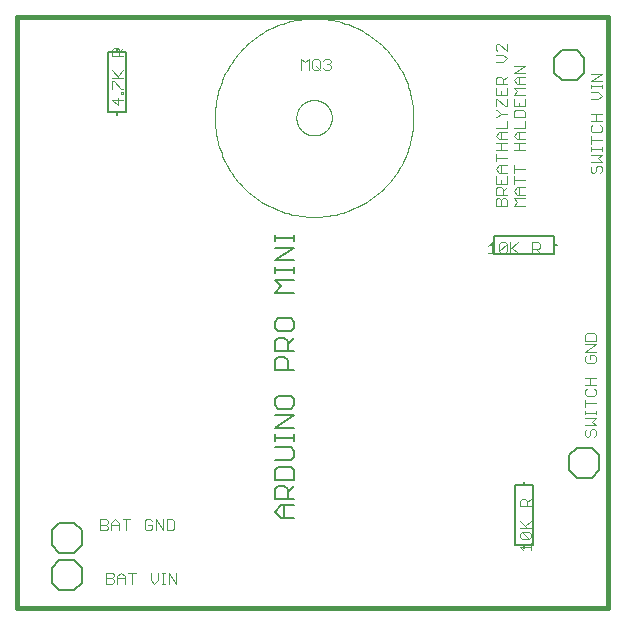
<source format=gto>
G75*
%MOIN*%
%OFA0B0*%
%FSLAX25Y25*%
%IPPOS*%
%LPD*%
%AMOC8*
5,1,8,0,0,1.08239X$1,22.5*
%
%ADD10C,0.01600*%
%ADD11C,0.00600*%
%ADD12C,0.00300*%
%ADD13C,0.00800*%
%ADD14C,0.00394*%
%ADD15C,0.00000*%
D10*
X0384396Y0099924D02*
X0581247Y0099924D01*
X0581247Y0296774D01*
X0384396Y0296774D01*
X0384396Y0099924D01*
D11*
X0470211Y0131886D02*
X0472346Y0134021D01*
X0476616Y0134021D01*
X0476616Y0136197D02*
X0470211Y0136197D01*
X0470211Y0139399D01*
X0471278Y0140467D01*
X0473413Y0140467D01*
X0474481Y0139399D01*
X0474481Y0136197D01*
X0474481Y0138332D02*
X0476616Y0140467D01*
X0476616Y0142642D02*
X0476616Y0145845D01*
X0475548Y0146912D01*
X0471278Y0146912D01*
X0470211Y0145845D01*
X0470211Y0142642D01*
X0476616Y0142642D01*
X0475548Y0149088D02*
X0470211Y0149088D01*
X0475548Y0149088D02*
X0476616Y0150155D01*
X0476616Y0152290D01*
X0475548Y0153358D01*
X0470211Y0153358D01*
X0470211Y0155533D02*
X0470211Y0157668D01*
X0470211Y0156601D02*
X0476616Y0156601D01*
X0476616Y0157668D02*
X0476616Y0155533D01*
X0476616Y0159830D02*
X0470211Y0159830D01*
X0476616Y0164100D01*
X0470211Y0164100D01*
X0471278Y0166276D02*
X0475548Y0166276D01*
X0476616Y0167343D01*
X0476616Y0169478D01*
X0475548Y0170546D01*
X0471278Y0170546D01*
X0470211Y0169478D01*
X0470211Y0167343D01*
X0471278Y0166276D01*
X0470211Y0179167D02*
X0470211Y0182369D01*
X0471278Y0183437D01*
X0473413Y0183437D01*
X0474481Y0182369D01*
X0474481Y0179167D01*
X0476616Y0179167D02*
X0470211Y0179167D01*
X0470211Y0185612D02*
X0470211Y0188815D01*
X0471278Y0189882D01*
X0473413Y0189882D01*
X0474481Y0188815D01*
X0474481Y0185612D01*
X0476616Y0185612D02*
X0470211Y0185612D01*
X0474481Y0187747D02*
X0476616Y0189882D01*
X0475548Y0192058D02*
X0471278Y0192058D01*
X0470211Y0193125D01*
X0470211Y0195260D01*
X0471278Y0196328D01*
X0475548Y0196328D01*
X0476616Y0195260D01*
X0476616Y0193125D01*
X0475548Y0192058D01*
X0476616Y0204949D02*
X0470211Y0204949D01*
X0472346Y0207084D01*
X0470211Y0209219D01*
X0476616Y0209219D01*
X0476616Y0211394D02*
X0476616Y0213529D01*
X0476616Y0212462D02*
X0470211Y0212462D01*
X0470211Y0213529D02*
X0470211Y0211394D01*
X0470211Y0215691D02*
X0476616Y0219961D01*
X0470211Y0219961D01*
X0470211Y0222137D02*
X0470211Y0224272D01*
X0470211Y0223204D02*
X0476616Y0223204D01*
X0476616Y0222137D02*
X0476616Y0224272D01*
X0476616Y0215691D02*
X0470211Y0215691D01*
X0473413Y0134021D02*
X0473413Y0129751D01*
X0472346Y0129751D02*
X0470211Y0131886D01*
X0472346Y0129751D02*
X0476616Y0129751D01*
D12*
X0437414Y0111651D02*
X0437414Y0107948D01*
X0434945Y0111651D01*
X0434945Y0107948D01*
X0433724Y0107948D02*
X0432490Y0107948D01*
X0433107Y0107948D02*
X0433107Y0111651D01*
X0432490Y0111651D02*
X0433724Y0111651D01*
X0431275Y0111651D02*
X0431275Y0109182D01*
X0430041Y0107948D01*
X0428806Y0109182D01*
X0428806Y0111651D01*
X0423909Y0111651D02*
X0421440Y0111651D01*
X0422675Y0111651D02*
X0422675Y0107948D01*
X0420226Y0107948D02*
X0420226Y0110416D01*
X0418991Y0111651D01*
X0417757Y0110416D01*
X0417757Y0107948D01*
X0416543Y0108565D02*
X0415925Y0107948D01*
X0414074Y0107948D01*
X0414074Y0111651D01*
X0415925Y0111651D01*
X0416543Y0111034D01*
X0416543Y0110416D01*
X0415925Y0109799D01*
X0414074Y0109799D01*
X0415925Y0109799D02*
X0416543Y0109182D01*
X0416543Y0108565D01*
X0417757Y0109799D02*
X0420226Y0109799D01*
X0420706Y0125664D02*
X0420706Y0129367D01*
X0419472Y0129367D02*
X0421940Y0129367D01*
X0418257Y0128133D02*
X0418257Y0125664D01*
X0418257Y0127516D02*
X0415789Y0127516D01*
X0415789Y0128133D02*
X0417023Y0129367D01*
X0418257Y0128133D01*
X0415789Y0128133D02*
X0415789Y0125664D01*
X0414574Y0126281D02*
X0413957Y0125664D01*
X0412105Y0125664D01*
X0412105Y0129367D01*
X0413957Y0129367D01*
X0414574Y0128750D01*
X0414574Y0128133D01*
X0413957Y0127516D01*
X0412105Y0127516D01*
X0413957Y0127516D02*
X0414574Y0126899D01*
X0414574Y0126281D01*
X0426838Y0126281D02*
X0427455Y0125664D01*
X0428690Y0125664D01*
X0429307Y0126281D01*
X0429307Y0127516D01*
X0428072Y0127516D01*
X0426838Y0128750D02*
X0426838Y0126281D01*
X0426838Y0128750D02*
X0427455Y0129367D01*
X0428690Y0129367D01*
X0429307Y0128750D01*
X0430521Y0129367D02*
X0432990Y0125664D01*
X0432990Y0129367D01*
X0434204Y0129367D02*
X0436056Y0129367D01*
X0436673Y0128750D01*
X0436673Y0126281D01*
X0436056Y0125664D01*
X0434204Y0125664D01*
X0434204Y0129367D01*
X0430521Y0129367D02*
X0430521Y0125664D01*
X0551866Y0126426D02*
X0555569Y0126426D01*
X0554335Y0126426D02*
X0551866Y0128895D01*
X0553718Y0127043D02*
X0555569Y0128895D01*
X0554952Y0125211D02*
X0552483Y0125211D01*
X0554952Y0122743D01*
X0555569Y0123360D01*
X0555569Y0124594D01*
X0554952Y0125211D01*
X0554952Y0122743D02*
X0552483Y0122743D01*
X0551866Y0123360D01*
X0551866Y0124594D01*
X0552483Y0125211D01*
X0555569Y0121528D02*
X0555569Y0119059D01*
X0555569Y0120294D02*
X0551866Y0120294D01*
X0553100Y0119059D01*
X0551866Y0133792D02*
X0551866Y0135644D01*
X0552483Y0136261D01*
X0553718Y0136261D01*
X0554335Y0135644D01*
X0554335Y0133792D01*
X0555569Y0133792D02*
X0551866Y0133792D01*
X0554335Y0135026D02*
X0555569Y0136261D01*
X0574137Y0156990D02*
X0574754Y0156990D01*
X0575371Y0157607D01*
X0575371Y0158841D01*
X0575988Y0159458D01*
X0576606Y0159458D01*
X0577223Y0158841D01*
X0577223Y0157607D01*
X0576606Y0156990D01*
X0574137Y0156990D02*
X0573520Y0157607D01*
X0573520Y0158841D01*
X0574137Y0159458D01*
X0573520Y0160673D02*
X0577223Y0160673D01*
X0575988Y0161907D01*
X0577223Y0163141D01*
X0573520Y0163141D01*
X0573520Y0164356D02*
X0573520Y0165590D01*
X0573520Y0164973D02*
X0577223Y0164973D01*
X0577223Y0164356D02*
X0577223Y0165590D01*
X0577223Y0168046D02*
X0573520Y0168046D01*
X0573520Y0169280D02*
X0573520Y0166811D01*
X0574137Y0170494D02*
X0576606Y0170494D01*
X0577223Y0171112D01*
X0577223Y0172346D01*
X0576606Y0172963D01*
X0577223Y0174178D02*
X0573520Y0174178D01*
X0574137Y0172963D02*
X0573520Y0172346D01*
X0573520Y0171112D01*
X0574137Y0170494D01*
X0575371Y0174178D02*
X0575371Y0176646D01*
X0573520Y0176646D02*
X0577223Y0176646D01*
X0576606Y0181544D02*
X0577223Y0182161D01*
X0577223Y0183395D01*
X0576606Y0184013D01*
X0575371Y0184013D01*
X0575371Y0182778D01*
X0574137Y0181544D02*
X0576606Y0181544D01*
X0574137Y0181544D02*
X0573520Y0182161D01*
X0573520Y0183395D01*
X0574137Y0184013D01*
X0573520Y0185227D02*
X0577223Y0187696D01*
X0573520Y0187696D01*
X0573520Y0188910D02*
X0573520Y0190762D01*
X0574137Y0191379D01*
X0576606Y0191379D01*
X0577223Y0190762D01*
X0577223Y0188910D01*
X0573520Y0188910D01*
X0573520Y0185227D02*
X0577223Y0185227D01*
X0558529Y0218121D02*
X0557294Y0219355D01*
X0557912Y0219355D02*
X0556060Y0219355D01*
X0556060Y0218121D02*
X0556060Y0221824D01*
X0557912Y0221824D01*
X0558529Y0221207D01*
X0558529Y0219972D01*
X0557912Y0219355D01*
X0551163Y0218121D02*
X0549311Y0219972D01*
X0548694Y0219355D02*
X0551163Y0221824D01*
X0548694Y0221824D02*
X0548694Y0218121D01*
X0547479Y0218738D02*
X0547479Y0221207D01*
X0545011Y0218738D01*
X0545628Y0218121D01*
X0546862Y0218121D01*
X0547479Y0218738D01*
X0545011Y0218738D02*
X0545011Y0221207D01*
X0545628Y0221824D01*
X0546862Y0221824D01*
X0547479Y0221207D01*
X0543796Y0218121D02*
X0541327Y0218121D01*
X0542562Y0218121D02*
X0542562Y0221824D01*
X0541327Y0220590D01*
X0543834Y0233932D02*
X0543834Y0235783D01*
X0544452Y0236401D01*
X0545069Y0236401D01*
X0545686Y0235783D01*
X0545686Y0233932D01*
X0545686Y0235783D02*
X0546303Y0236401D01*
X0546920Y0236401D01*
X0547538Y0235783D01*
X0547538Y0233932D01*
X0543834Y0233932D01*
X0543834Y0237615D02*
X0543834Y0239467D01*
X0544452Y0240084D01*
X0545686Y0240084D01*
X0546303Y0239467D01*
X0546303Y0237615D01*
X0546303Y0238849D02*
X0547538Y0240084D01*
X0547538Y0241298D02*
X0547538Y0243767D01*
X0547538Y0244981D02*
X0545069Y0244981D01*
X0543834Y0246216D01*
X0545069Y0247450D01*
X0547538Y0247450D01*
X0545686Y0247450D02*
X0545686Y0244981D01*
X0543834Y0243767D02*
X0543834Y0241298D01*
X0547538Y0241298D01*
X0545686Y0241298D02*
X0545686Y0242533D01*
X0549834Y0242533D02*
X0553538Y0242533D01*
X0553538Y0240084D02*
X0551069Y0240084D01*
X0549834Y0238849D01*
X0551069Y0237615D01*
X0553538Y0237615D01*
X0553538Y0236401D02*
X0549834Y0236401D01*
X0551069Y0235166D01*
X0549834Y0233932D01*
X0553538Y0233932D01*
X0551686Y0237615D02*
X0551686Y0240084D01*
X0549834Y0241298D02*
X0549834Y0243767D01*
X0549834Y0244981D02*
X0549834Y0247450D01*
X0549834Y0246216D02*
X0553538Y0246216D01*
X0547538Y0249899D02*
X0543834Y0249899D01*
X0543834Y0251133D02*
X0543834Y0248664D01*
X0543834Y0252348D02*
X0547538Y0252348D01*
X0545686Y0252348D02*
X0545686Y0254816D01*
X0545686Y0256031D02*
X0545686Y0258500D01*
X0545069Y0258500D02*
X0547538Y0258500D01*
X0547538Y0259714D02*
X0547538Y0262183D01*
X0547538Y0264631D02*
X0545686Y0264631D01*
X0544452Y0265866D01*
X0543834Y0265866D01*
X0543834Y0267080D02*
X0543834Y0269549D01*
X0544452Y0269549D01*
X0546920Y0267080D01*
X0547538Y0267080D01*
X0547538Y0269549D01*
X0547538Y0270763D02*
X0547538Y0273232D01*
X0547538Y0274446D02*
X0543834Y0274446D01*
X0543834Y0276298D01*
X0544452Y0276915D01*
X0545686Y0276915D01*
X0546303Y0276298D01*
X0546303Y0274446D01*
X0546303Y0275681D02*
X0547538Y0276915D01*
X0549834Y0278130D02*
X0553538Y0280598D01*
X0549834Y0280598D01*
X0549834Y0278130D02*
X0553538Y0278130D01*
X0553538Y0276915D02*
X0551069Y0276915D01*
X0549834Y0275681D01*
X0551069Y0274446D01*
X0553538Y0274446D01*
X0553538Y0273232D02*
X0549834Y0273232D01*
X0551069Y0271998D01*
X0549834Y0270763D01*
X0553538Y0270763D01*
X0553538Y0269549D02*
X0553538Y0267080D01*
X0549834Y0267080D01*
X0549834Y0269549D01*
X0551686Y0268315D02*
X0551686Y0267080D01*
X0550452Y0265866D02*
X0549834Y0265249D01*
X0549834Y0263397D01*
X0553538Y0263397D01*
X0553538Y0265249D01*
X0552920Y0265866D01*
X0550452Y0265866D01*
X0553538Y0262183D02*
X0553538Y0259714D01*
X0549834Y0259714D01*
X0551069Y0258500D02*
X0553538Y0258500D01*
X0551686Y0258500D02*
X0551686Y0256031D01*
X0551069Y0256031D02*
X0549834Y0257265D01*
X0551069Y0258500D01*
X0551069Y0256031D02*
X0553538Y0256031D01*
X0553538Y0254816D02*
X0549834Y0254816D01*
X0551686Y0254816D02*
X0551686Y0252348D01*
X0553538Y0252348D02*
X0549834Y0252348D01*
X0547538Y0254816D02*
X0543834Y0254816D01*
X0545069Y0256031D02*
X0543834Y0257265D01*
X0545069Y0258500D01*
X0543834Y0259714D02*
X0547538Y0259714D01*
X0547538Y0256031D02*
X0545069Y0256031D01*
X0544452Y0263397D02*
X0545686Y0264631D01*
X0544452Y0263397D02*
X0543834Y0263397D01*
X0543834Y0270763D02*
X0547538Y0270763D01*
X0545686Y0270763D02*
X0545686Y0271998D01*
X0543834Y0273232D02*
X0543834Y0270763D01*
X0551686Y0274446D02*
X0551686Y0276915D01*
X0546303Y0281813D02*
X0547538Y0283047D01*
X0546303Y0284282D01*
X0543834Y0284282D01*
X0544452Y0285496D02*
X0543834Y0286113D01*
X0543834Y0287347D01*
X0544452Y0287965D01*
X0545069Y0287965D01*
X0547538Y0285496D01*
X0547538Y0287965D01*
X0546303Y0281813D02*
X0543834Y0281813D01*
X0575488Y0277993D02*
X0579191Y0277993D01*
X0575488Y0275524D01*
X0579191Y0275524D01*
X0579191Y0274303D02*
X0579191Y0273069D01*
X0579191Y0273686D02*
X0575488Y0273686D01*
X0575488Y0273069D02*
X0575488Y0274303D01*
X0575488Y0271855D02*
X0577957Y0271855D01*
X0579191Y0270620D01*
X0577957Y0269386D01*
X0575488Y0269386D01*
X0575488Y0264488D02*
X0579191Y0264488D01*
X0577340Y0264488D02*
X0577340Y0262019D01*
X0578574Y0260805D02*
X0579191Y0260188D01*
X0579191Y0258953D01*
X0578574Y0258336D01*
X0576105Y0258336D01*
X0575488Y0258953D01*
X0575488Y0260188D01*
X0576105Y0260805D01*
X0575488Y0262019D02*
X0579191Y0262019D01*
X0579191Y0255888D02*
X0575488Y0255888D01*
X0575488Y0257122D02*
X0575488Y0254653D01*
X0575488Y0253432D02*
X0575488Y0252198D01*
X0575488Y0252815D02*
X0579191Y0252815D01*
X0579191Y0252198D02*
X0579191Y0253432D01*
X0579191Y0250983D02*
X0575488Y0250983D01*
X0575488Y0248515D02*
X0579191Y0248515D01*
X0577957Y0249749D01*
X0579191Y0250983D01*
X0578574Y0247300D02*
X0579191Y0246683D01*
X0579191Y0245449D01*
X0578574Y0244831D01*
X0577340Y0245449D02*
X0577340Y0246683D01*
X0577957Y0247300D01*
X0578574Y0247300D01*
X0577340Y0245449D02*
X0576722Y0244831D01*
X0576105Y0244831D01*
X0575488Y0245449D01*
X0575488Y0246683D01*
X0576105Y0247300D01*
X0547538Y0237615D02*
X0543834Y0237615D01*
X0488870Y0279825D02*
X0488252Y0279207D01*
X0487018Y0279207D01*
X0486401Y0279825D01*
X0485186Y0279825D02*
X0484569Y0279207D01*
X0483335Y0279207D01*
X0482718Y0279825D01*
X0482718Y0282293D01*
X0483335Y0282911D01*
X0484569Y0282911D01*
X0485186Y0282293D01*
X0485186Y0279825D01*
X0485186Y0279207D02*
X0483952Y0280442D01*
X0481503Y0279207D02*
X0481503Y0282911D01*
X0480269Y0281676D01*
X0479035Y0282911D01*
X0479035Y0279207D01*
X0486401Y0282293D02*
X0487018Y0282911D01*
X0488252Y0282911D01*
X0488870Y0282293D01*
X0488870Y0281676D01*
X0488252Y0281059D01*
X0488870Y0280442D01*
X0488870Y0279825D01*
X0488252Y0281059D02*
X0487635Y0281059D01*
X0419679Y0279073D02*
X0417828Y0277222D01*
X0418445Y0276604D02*
X0415976Y0279073D01*
X0415976Y0276604D02*
X0419679Y0276604D01*
X0416593Y0275390D02*
X0419062Y0272921D01*
X0419679Y0272921D01*
X0419679Y0271697D02*
X0419679Y0271080D01*
X0419062Y0271080D01*
X0419062Y0271697D01*
X0419679Y0271697D01*
X0419679Y0269248D02*
X0415976Y0269248D01*
X0417828Y0267396D01*
X0417828Y0269865D01*
X0415976Y0272921D02*
X0415976Y0275390D01*
X0416593Y0275390D01*
X0415976Y0283971D02*
X0415976Y0285822D01*
X0416593Y0286439D01*
X0417828Y0286439D01*
X0418445Y0285822D01*
X0418445Y0283971D01*
X0418445Y0285205D02*
X0419679Y0286439D01*
X0419679Y0283971D02*
X0415976Y0283971D01*
D13*
X0414664Y0285002D02*
X0417664Y0285002D01*
X0417664Y0286002D01*
X0417664Y0285002D02*
X0420664Y0285002D01*
X0420664Y0265002D01*
X0417664Y0265002D01*
X0417664Y0264002D01*
X0417664Y0265002D02*
X0414664Y0265002D01*
X0414664Y0285002D01*
X0543333Y0223750D02*
X0543333Y0220750D01*
X0542333Y0220750D01*
X0543333Y0220750D02*
X0543333Y0217750D01*
X0563333Y0217750D01*
X0563333Y0220750D01*
X0564333Y0220750D01*
X0563333Y0220750D02*
X0563333Y0223750D01*
X0543333Y0223750D01*
X0565833Y0275750D02*
X0570833Y0275750D01*
X0573333Y0278250D01*
X0573333Y0283250D01*
X0570833Y0285750D01*
X0565833Y0285750D01*
X0563333Y0283250D01*
X0563333Y0278250D01*
X0565833Y0275750D01*
X0570833Y0153250D02*
X0568333Y0150750D01*
X0568333Y0145750D01*
X0570833Y0143250D01*
X0575833Y0143250D01*
X0578333Y0145750D01*
X0578333Y0150750D01*
X0575833Y0153250D01*
X0570833Y0153250D01*
X0556333Y0140750D02*
X0553333Y0140750D01*
X0553333Y0141750D01*
X0553333Y0140750D02*
X0550333Y0140750D01*
X0550333Y0120750D01*
X0553333Y0120750D01*
X0553333Y0119750D01*
X0553333Y0120750D02*
X0556333Y0120750D01*
X0556333Y0140750D01*
X0405833Y0125750D02*
X0405833Y0120750D01*
X0403333Y0118250D01*
X0398333Y0118250D01*
X0395833Y0120750D01*
X0395833Y0125750D01*
X0398333Y0128250D01*
X0403333Y0128250D01*
X0405833Y0125750D01*
X0403333Y0115750D02*
X0398333Y0115750D01*
X0395833Y0113250D01*
X0395833Y0108250D01*
X0398333Y0105750D01*
X0403333Y0105750D01*
X0405833Y0108250D01*
X0405833Y0113250D01*
X0403333Y0115750D01*
D14*
X0450262Y0263250D02*
X0450272Y0264062D01*
X0450302Y0264873D01*
X0450352Y0265683D01*
X0450421Y0266492D01*
X0450511Y0267298D01*
X0450620Y0268103D01*
X0450749Y0268904D01*
X0450897Y0269702D01*
X0451066Y0270496D01*
X0451253Y0271286D01*
X0451460Y0272070D01*
X0451686Y0272850D01*
X0451931Y0273624D01*
X0452195Y0274391D01*
X0452478Y0275152D01*
X0452779Y0275906D01*
X0453099Y0276652D01*
X0453437Y0277390D01*
X0453793Y0278119D01*
X0454167Y0278840D01*
X0454558Y0279551D01*
X0454967Y0280252D01*
X0455393Y0280943D01*
X0455835Y0281623D01*
X0456295Y0282293D01*
X0456770Y0282950D01*
X0457262Y0283596D01*
X0457769Y0284230D01*
X0458291Y0284851D01*
X0458829Y0285459D01*
X0459381Y0286054D01*
X0459948Y0286635D01*
X0460529Y0287202D01*
X0461124Y0287754D01*
X0461732Y0288292D01*
X0462353Y0288814D01*
X0462987Y0289321D01*
X0463633Y0289813D01*
X0464290Y0290288D01*
X0464960Y0290748D01*
X0465640Y0291190D01*
X0466331Y0291616D01*
X0467032Y0292025D01*
X0467743Y0292416D01*
X0468464Y0292790D01*
X0469193Y0293146D01*
X0469931Y0293484D01*
X0470677Y0293804D01*
X0471431Y0294105D01*
X0472192Y0294388D01*
X0472959Y0294652D01*
X0473733Y0294897D01*
X0474513Y0295123D01*
X0475297Y0295330D01*
X0476087Y0295517D01*
X0476881Y0295686D01*
X0477679Y0295834D01*
X0478480Y0295963D01*
X0479285Y0296072D01*
X0480091Y0296162D01*
X0480900Y0296231D01*
X0481710Y0296281D01*
X0482521Y0296311D01*
X0483333Y0296321D01*
X0484145Y0296311D01*
X0484956Y0296281D01*
X0485766Y0296231D01*
X0486575Y0296162D01*
X0487381Y0296072D01*
X0488186Y0295963D01*
X0488987Y0295834D01*
X0489785Y0295686D01*
X0490579Y0295517D01*
X0491369Y0295330D01*
X0492153Y0295123D01*
X0492933Y0294897D01*
X0493707Y0294652D01*
X0494474Y0294388D01*
X0495235Y0294105D01*
X0495989Y0293804D01*
X0496735Y0293484D01*
X0497473Y0293146D01*
X0498202Y0292790D01*
X0498923Y0292416D01*
X0499634Y0292025D01*
X0500335Y0291616D01*
X0501026Y0291190D01*
X0501706Y0290748D01*
X0502376Y0290288D01*
X0503033Y0289813D01*
X0503679Y0289321D01*
X0504313Y0288814D01*
X0504934Y0288292D01*
X0505542Y0287754D01*
X0506137Y0287202D01*
X0506718Y0286635D01*
X0507285Y0286054D01*
X0507837Y0285459D01*
X0508375Y0284851D01*
X0508897Y0284230D01*
X0509404Y0283596D01*
X0509896Y0282950D01*
X0510371Y0282293D01*
X0510831Y0281623D01*
X0511273Y0280943D01*
X0511699Y0280252D01*
X0512108Y0279551D01*
X0512499Y0278840D01*
X0512873Y0278119D01*
X0513229Y0277390D01*
X0513567Y0276652D01*
X0513887Y0275906D01*
X0514188Y0275152D01*
X0514471Y0274391D01*
X0514735Y0273624D01*
X0514980Y0272850D01*
X0515206Y0272070D01*
X0515413Y0271286D01*
X0515600Y0270496D01*
X0515769Y0269702D01*
X0515917Y0268904D01*
X0516046Y0268103D01*
X0516155Y0267298D01*
X0516245Y0266492D01*
X0516314Y0265683D01*
X0516364Y0264873D01*
X0516394Y0264062D01*
X0516404Y0263250D01*
X0516394Y0262438D01*
X0516364Y0261627D01*
X0516314Y0260817D01*
X0516245Y0260008D01*
X0516155Y0259202D01*
X0516046Y0258397D01*
X0515917Y0257596D01*
X0515769Y0256798D01*
X0515600Y0256004D01*
X0515413Y0255214D01*
X0515206Y0254430D01*
X0514980Y0253650D01*
X0514735Y0252876D01*
X0514471Y0252109D01*
X0514188Y0251348D01*
X0513887Y0250594D01*
X0513567Y0249848D01*
X0513229Y0249110D01*
X0512873Y0248381D01*
X0512499Y0247660D01*
X0512108Y0246949D01*
X0511699Y0246248D01*
X0511273Y0245557D01*
X0510831Y0244877D01*
X0510371Y0244207D01*
X0509896Y0243550D01*
X0509404Y0242904D01*
X0508897Y0242270D01*
X0508375Y0241649D01*
X0507837Y0241041D01*
X0507285Y0240446D01*
X0506718Y0239865D01*
X0506137Y0239298D01*
X0505542Y0238746D01*
X0504934Y0238208D01*
X0504313Y0237686D01*
X0503679Y0237179D01*
X0503033Y0236687D01*
X0502376Y0236212D01*
X0501706Y0235752D01*
X0501026Y0235310D01*
X0500335Y0234884D01*
X0499634Y0234475D01*
X0498923Y0234084D01*
X0498202Y0233710D01*
X0497473Y0233354D01*
X0496735Y0233016D01*
X0495989Y0232696D01*
X0495235Y0232395D01*
X0494474Y0232112D01*
X0493707Y0231848D01*
X0492933Y0231603D01*
X0492153Y0231377D01*
X0491369Y0231170D01*
X0490579Y0230983D01*
X0489785Y0230814D01*
X0488987Y0230666D01*
X0488186Y0230537D01*
X0487381Y0230428D01*
X0486575Y0230338D01*
X0485766Y0230269D01*
X0484956Y0230219D01*
X0484145Y0230189D01*
X0483333Y0230179D01*
X0482521Y0230189D01*
X0481710Y0230219D01*
X0480900Y0230269D01*
X0480091Y0230338D01*
X0479285Y0230428D01*
X0478480Y0230537D01*
X0477679Y0230666D01*
X0476881Y0230814D01*
X0476087Y0230983D01*
X0475297Y0231170D01*
X0474513Y0231377D01*
X0473733Y0231603D01*
X0472959Y0231848D01*
X0472192Y0232112D01*
X0471431Y0232395D01*
X0470677Y0232696D01*
X0469931Y0233016D01*
X0469193Y0233354D01*
X0468464Y0233710D01*
X0467743Y0234084D01*
X0467032Y0234475D01*
X0466331Y0234884D01*
X0465640Y0235310D01*
X0464960Y0235752D01*
X0464290Y0236212D01*
X0463633Y0236687D01*
X0462987Y0237179D01*
X0462353Y0237686D01*
X0461732Y0238208D01*
X0461124Y0238746D01*
X0460529Y0239298D01*
X0459948Y0239865D01*
X0459381Y0240446D01*
X0458829Y0241041D01*
X0458291Y0241649D01*
X0457769Y0242270D01*
X0457262Y0242904D01*
X0456770Y0243550D01*
X0456295Y0244207D01*
X0455835Y0244877D01*
X0455393Y0245557D01*
X0454967Y0246248D01*
X0454558Y0246949D01*
X0454167Y0247660D01*
X0453793Y0248381D01*
X0453437Y0249110D01*
X0453099Y0249848D01*
X0452779Y0250594D01*
X0452478Y0251348D01*
X0452195Y0252109D01*
X0451931Y0252876D01*
X0451686Y0253650D01*
X0451460Y0254430D01*
X0451253Y0255214D01*
X0451066Y0256004D01*
X0450897Y0256798D01*
X0450749Y0257596D01*
X0450620Y0258397D01*
X0450511Y0259202D01*
X0450421Y0260008D01*
X0450352Y0260817D01*
X0450302Y0261627D01*
X0450272Y0262438D01*
X0450262Y0263250D01*
D15*
X0477427Y0263250D02*
X0477429Y0263403D01*
X0477435Y0263557D01*
X0477445Y0263710D01*
X0477459Y0263862D01*
X0477477Y0264015D01*
X0477499Y0264166D01*
X0477524Y0264317D01*
X0477554Y0264468D01*
X0477588Y0264618D01*
X0477625Y0264766D01*
X0477666Y0264914D01*
X0477711Y0265060D01*
X0477760Y0265206D01*
X0477813Y0265350D01*
X0477869Y0265492D01*
X0477929Y0265633D01*
X0477993Y0265773D01*
X0478060Y0265911D01*
X0478131Y0266047D01*
X0478206Y0266181D01*
X0478283Y0266313D01*
X0478365Y0266443D01*
X0478449Y0266571D01*
X0478537Y0266697D01*
X0478628Y0266820D01*
X0478722Y0266941D01*
X0478820Y0267059D01*
X0478920Y0267175D01*
X0479024Y0267288D01*
X0479130Y0267399D01*
X0479239Y0267507D01*
X0479351Y0267612D01*
X0479465Y0267713D01*
X0479583Y0267812D01*
X0479702Y0267908D01*
X0479824Y0268001D01*
X0479949Y0268090D01*
X0480076Y0268177D01*
X0480205Y0268259D01*
X0480336Y0268339D01*
X0480469Y0268415D01*
X0480604Y0268488D01*
X0480741Y0268557D01*
X0480880Y0268622D01*
X0481020Y0268684D01*
X0481162Y0268742D01*
X0481305Y0268797D01*
X0481450Y0268848D01*
X0481596Y0268895D01*
X0481743Y0268938D01*
X0481891Y0268977D01*
X0482040Y0269013D01*
X0482190Y0269044D01*
X0482341Y0269072D01*
X0482492Y0269096D01*
X0482645Y0269116D01*
X0482797Y0269132D01*
X0482950Y0269144D01*
X0483103Y0269152D01*
X0483256Y0269156D01*
X0483410Y0269156D01*
X0483563Y0269152D01*
X0483716Y0269144D01*
X0483869Y0269132D01*
X0484021Y0269116D01*
X0484174Y0269096D01*
X0484325Y0269072D01*
X0484476Y0269044D01*
X0484626Y0269013D01*
X0484775Y0268977D01*
X0484923Y0268938D01*
X0485070Y0268895D01*
X0485216Y0268848D01*
X0485361Y0268797D01*
X0485504Y0268742D01*
X0485646Y0268684D01*
X0485786Y0268622D01*
X0485925Y0268557D01*
X0486062Y0268488D01*
X0486197Y0268415D01*
X0486330Y0268339D01*
X0486461Y0268259D01*
X0486590Y0268177D01*
X0486717Y0268090D01*
X0486842Y0268001D01*
X0486964Y0267908D01*
X0487083Y0267812D01*
X0487201Y0267713D01*
X0487315Y0267612D01*
X0487427Y0267507D01*
X0487536Y0267399D01*
X0487642Y0267288D01*
X0487746Y0267175D01*
X0487846Y0267059D01*
X0487944Y0266941D01*
X0488038Y0266820D01*
X0488129Y0266697D01*
X0488217Y0266571D01*
X0488301Y0266443D01*
X0488383Y0266313D01*
X0488460Y0266181D01*
X0488535Y0266047D01*
X0488606Y0265911D01*
X0488673Y0265773D01*
X0488737Y0265633D01*
X0488797Y0265492D01*
X0488853Y0265350D01*
X0488906Y0265206D01*
X0488955Y0265060D01*
X0489000Y0264914D01*
X0489041Y0264766D01*
X0489078Y0264618D01*
X0489112Y0264468D01*
X0489142Y0264317D01*
X0489167Y0264166D01*
X0489189Y0264015D01*
X0489207Y0263862D01*
X0489221Y0263710D01*
X0489231Y0263557D01*
X0489237Y0263403D01*
X0489239Y0263250D01*
X0489237Y0263097D01*
X0489231Y0262943D01*
X0489221Y0262790D01*
X0489207Y0262638D01*
X0489189Y0262485D01*
X0489167Y0262334D01*
X0489142Y0262183D01*
X0489112Y0262032D01*
X0489078Y0261882D01*
X0489041Y0261734D01*
X0489000Y0261586D01*
X0488955Y0261440D01*
X0488906Y0261294D01*
X0488853Y0261150D01*
X0488797Y0261008D01*
X0488737Y0260867D01*
X0488673Y0260727D01*
X0488606Y0260589D01*
X0488535Y0260453D01*
X0488460Y0260319D01*
X0488383Y0260187D01*
X0488301Y0260057D01*
X0488217Y0259929D01*
X0488129Y0259803D01*
X0488038Y0259680D01*
X0487944Y0259559D01*
X0487846Y0259441D01*
X0487746Y0259325D01*
X0487642Y0259212D01*
X0487536Y0259101D01*
X0487427Y0258993D01*
X0487315Y0258888D01*
X0487201Y0258787D01*
X0487083Y0258688D01*
X0486964Y0258592D01*
X0486842Y0258499D01*
X0486717Y0258410D01*
X0486590Y0258323D01*
X0486461Y0258241D01*
X0486330Y0258161D01*
X0486197Y0258085D01*
X0486062Y0258012D01*
X0485925Y0257943D01*
X0485786Y0257878D01*
X0485646Y0257816D01*
X0485504Y0257758D01*
X0485361Y0257703D01*
X0485216Y0257652D01*
X0485070Y0257605D01*
X0484923Y0257562D01*
X0484775Y0257523D01*
X0484626Y0257487D01*
X0484476Y0257456D01*
X0484325Y0257428D01*
X0484174Y0257404D01*
X0484021Y0257384D01*
X0483869Y0257368D01*
X0483716Y0257356D01*
X0483563Y0257348D01*
X0483410Y0257344D01*
X0483256Y0257344D01*
X0483103Y0257348D01*
X0482950Y0257356D01*
X0482797Y0257368D01*
X0482645Y0257384D01*
X0482492Y0257404D01*
X0482341Y0257428D01*
X0482190Y0257456D01*
X0482040Y0257487D01*
X0481891Y0257523D01*
X0481743Y0257562D01*
X0481596Y0257605D01*
X0481450Y0257652D01*
X0481305Y0257703D01*
X0481162Y0257758D01*
X0481020Y0257816D01*
X0480880Y0257878D01*
X0480741Y0257943D01*
X0480604Y0258012D01*
X0480469Y0258085D01*
X0480336Y0258161D01*
X0480205Y0258241D01*
X0480076Y0258323D01*
X0479949Y0258410D01*
X0479824Y0258499D01*
X0479702Y0258592D01*
X0479583Y0258688D01*
X0479465Y0258787D01*
X0479351Y0258888D01*
X0479239Y0258993D01*
X0479130Y0259101D01*
X0479024Y0259212D01*
X0478920Y0259325D01*
X0478820Y0259441D01*
X0478722Y0259559D01*
X0478628Y0259680D01*
X0478537Y0259803D01*
X0478449Y0259929D01*
X0478365Y0260057D01*
X0478283Y0260187D01*
X0478206Y0260319D01*
X0478131Y0260453D01*
X0478060Y0260589D01*
X0477993Y0260727D01*
X0477929Y0260867D01*
X0477869Y0261008D01*
X0477813Y0261150D01*
X0477760Y0261294D01*
X0477711Y0261440D01*
X0477666Y0261586D01*
X0477625Y0261734D01*
X0477588Y0261882D01*
X0477554Y0262032D01*
X0477524Y0262183D01*
X0477499Y0262334D01*
X0477477Y0262485D01*
X0477459Y0262638D01*
X0477445Y0262790D01*
X0477435Y0262943D01*
X0477429Y0263097D01*
X0477427Y0263250D01*
M02*

</source>
